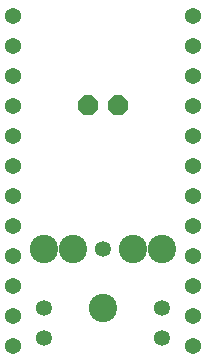
<source format=gbs>
G75*
%MOIN*%
%OFA0B0*%
%FSLAX25Y25*%
%IPPOS*%
%LPD*%
%AMOC8*
5,1,8,0,0,1.08239X$1,22.5*
%
%ADD10C,0.09458*%
%ADD11C,0.05324*%
%ADD12C,0.05400*%
%ADD13OC8,0.06600*%
D10*
X0017548Y0046526D03*
X0027391Y0046526D03*
X0037233Y0026841D03*
X0047076Y0046526D03*
X0056918Y0046526D03*
D11*
X0056918Y0026841D03*
X0056918Y0016998D03*
X0037233Y0046526D03*
X0017548Y0026841D03*
X0017548Y0016998D03*
D12*
X0007233Y0014124D03*
X0007233Y0024124D03*
X0007233Y0034124D03*
X0007233Y0044124D03*
X0007233Y0054124D03*
X0007233Y0064124D03*
X0007233Y0074124D03*
X0007233Y0084124D03*
X0007233Y0094124D03*
X0007233Y0104124D03*
X0007233Y0114124D03*
X0007233Y0124124D03*
X0067233Y0124124D03*
X0067233Y0114124D03*
X0067233Y0104124D03*
X0067233Y0094124D03*
X0067233Y0084124D03*
X0067233Y0074124D03*
X0067233Y0064124D03*
X0067233Y0054124D03*
X0067233Y0044124D03*
X0067233Y0034124D03*
X0067233Y0024124D03*
X0067233Y0014124D03*
D13*
X0042233Y0094518D03*
X0032233Y0094518D03*
M02*

</source>
